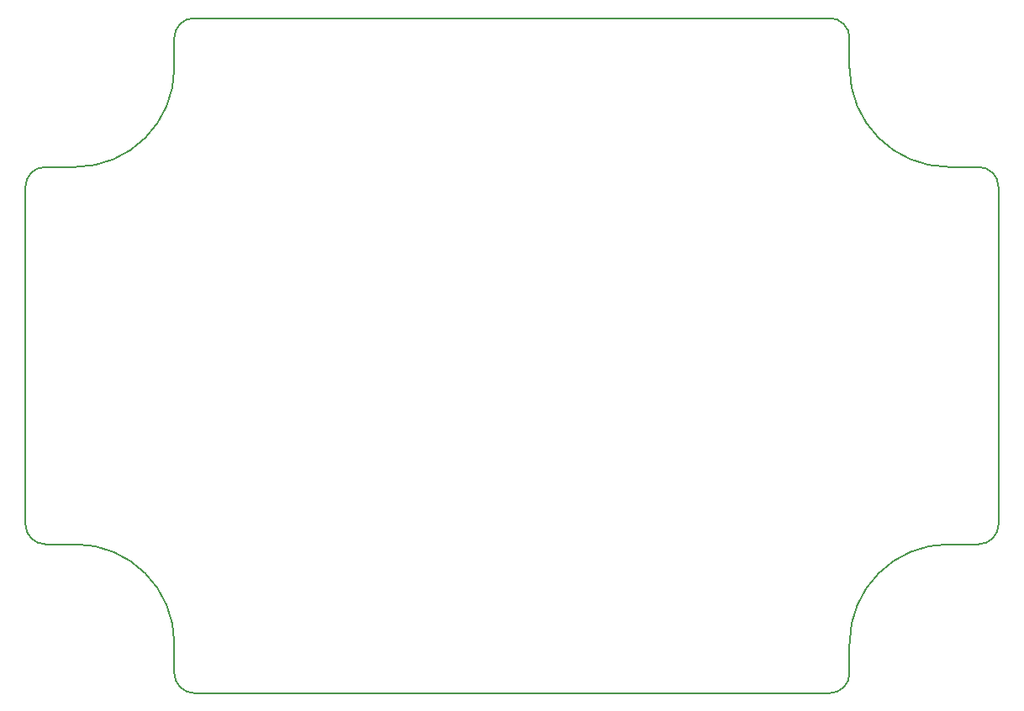
<source format=gbr>
%TF.GenerationSoftware,KiCad,Pcbnew,(5.1.9)-1*%
%TF.CreationDate,2021-09-13T16:04:34+07:00*%
%TF.ProjectId,Nano X ESP V3,4e616e6f-2058-4204-9553-502056332e6b,rev?*%
%TF.SameCoordinates,Original*%
%TF.FileFunction,Profile,NP*%
%FSLAX46Y46*%
G04 Gerber Fmt 4.6, Leading zero omitted, Abs format (unit mm)*
G04 Created by KiCad (PCBNEW (5.1.9)-1) date 2021-09-13 16:04:34*
%MOMM*%
%LPD*%
G01*
G04 APERTURE LIST*
%TA.AperFunction,Profile*%
%ADD10C,0.200000*%
%TD*%
G04 APERTURE END LIST*
D10*
X110785000Y-88745000D02*
G75*
G02*
X100785000Y-98745000I-10000000J0D01*
G01*
X110785000Y-85745000D02*
G75*
G02*
X112785000Y-83745000I2000000J0D01*
G01*
X95785000Y-100745000D02*
G75*
G02*
X97785000Y-98745000I2000000J0D01*
G01*
X110785000Y-85745000D02*
X110785000Y-88745000D01*
X176785000Y-83745000D02*
X112785000Y-83745000D01*
X176785000Y-83745000D02*
G75*
G02*
X178785000Y-85745000I0J-2000000D01*
G01*
X191785000Y-98745000D02*
G75*
G02*
X193785000Y-100745000I0J-2000000D01*
G01*
X178785000Y-146745000D02*
G75*
G02*
X188785000Y-136745000I10000000J0D01*
G01*
X112785000Y-151745000D02*
G75*
G02*
X110785000Y-149745000I0J2000000D01*
G01*
X97785000Y-136745000D02*
X100785000Y-136745000D01*
X100785000Y-98745000D02*
X97785000Y-98745000D01*
X178785000Y-149745000D02*
G75*
G02*
X176785000Y-151745000I-2000000J0D01*
G01*
X178785000Y-88745000D02*
X178785000Y-85745000D01*
X193785000Y-134745000D02*
G75*
G02*
X191785000Y-136745000I-2000000J0D01*
G01*
X188785000Y-98745000D02*
G75*
G02*
X178785000Y-88745000I0J10000000D01*
G01*
X191785000Y-98745000D02*
X188785000Y-98745000D01*
X193785000Y-134745000D02*
X193785000Y-100745000D01*
X188785000Y-136745000D02*
X191785000Y-136745000D01*
X110785000Y-146745000D02*
X110785000Y-149745000D01*
X100785000Y-136745000D02*
G75*
G02*
X110785000Y-146745000I0J-10000000D01*
G01*
X178785000Y-149745000D02*
X178785000Y-146745000D01*
X112785000Y-151745000D02*
X176785000Y-151745000D01*
X97785000Y-136745000D02*
G75*
G02*
X95785000Y-134745000I0J2000000D01*
G01*
X95785000Y-100745000D02*
X95785000Y-134745000D01*
M02*

</source>
